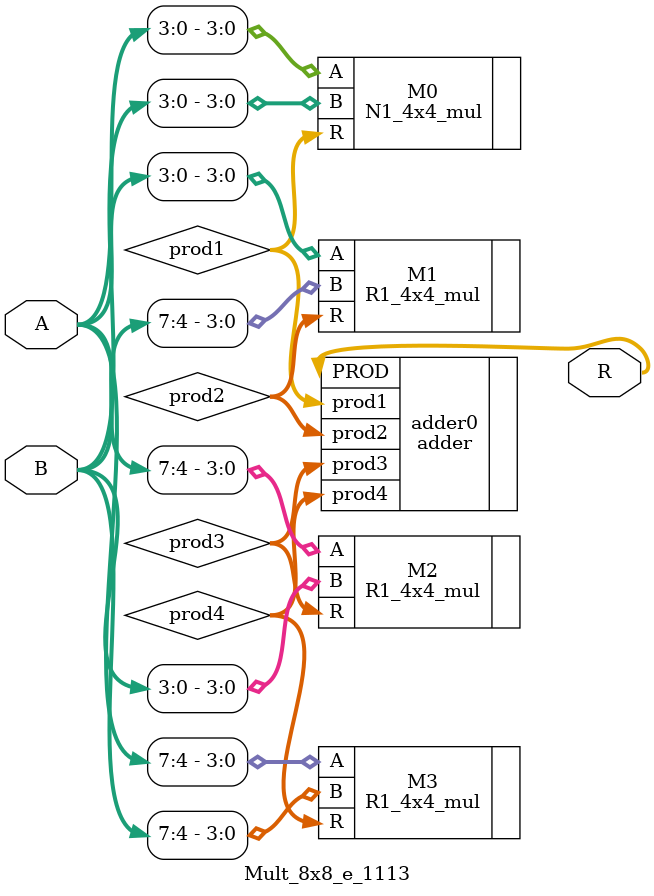
<source format=v>
module Mult_8x8_e_1113(
input [7:0] A,
input [7:0] B,
output [15:0]R
);
wire [7:0]prod1;
wire [7:0]prod2;
wire [7:0]prod3;
wire [7:0]prod4;

N1_4x4_mul M0(.A(A[3:0]),.B(B[3:0]),.R(prod1));
R1_4x4_mul M1(.A(A[3:0]),.B(B[7:4]),.R(prod2));
R1_4x4_mul M2(.A(A[7:4]),.B(B[3:0]),.R(prod3));
R1_4x4_mul M3(.A(A[7:4]),.B(B[7:4]),.R(prod4));
adder adder0(.prod1(prod1),.prod2(prod2),.prod3(prod3),.prod4(prod4),.PROD(R));
endmodule

</source>
